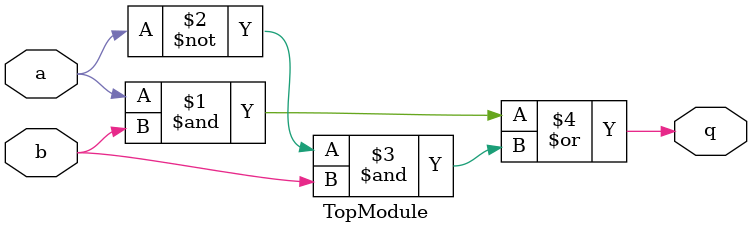
<source format=sv>
module TopModule (
    input logic a,
    input logic b,
    output logic q
);
    assign q = (a & b) | (~a & b);
endmodule
</source>
